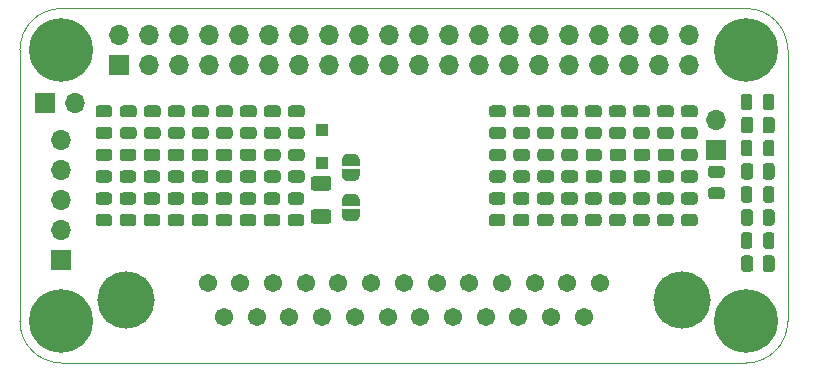
<source format=gbr>
%TF.GenerationSoftware,KiCad,Pcbnew,(5.1.7-0-10_14)*%
%TF.CreationDate,2021-10-10T14:00:01-05:00*%
%TF.ProjectId,rascsi_zero,72617363-7369-45f7-9a65-726f2e6b6963,rev?*%
%TF.SameCoordinates,PX59d60c0PY325aa00*%
%TF.FileFunction,Soldermask,Top*%
%TF.FilePolarity,Negative*%
%FSLAX46Y46*%
G04 Gerber Fmt 4.6, Leading zero omitted, Abs format (unit mm)*
G04 Created by KiCad (PCBNEW (5.1.7-0-10_14)) date 2021-10-10 14:00:01*
%MOMM*%
%LPD*%
G01*
G04 APERTURE LIST*
%TA.AperFunction,Profile*%
%ADD10C,0.050000*%
%TD*%
%ADD11C,4.845000*%
%ADD12C,1.545000*%
%ADD13C,0.150000*%
%ADD14R,1.100000X1.100000*%
%ADD15O,1.700000X1.700000*%
%ADD16R,1.700000X1.700000*%
%ADD17C,0.800000*%
%ADD18C,5.400000*%
G04 APERTURE END LIST*
D10*
X83800000Y-19700000D02*
X141800000Y-19700000D01*
X83800000Y-19700000D02*
G75*
G02*
X80300000Y-16200000I0J3500000D01*
G01*
X145300000Y-16200000D02*
G75*
G02*
X141800000Y-19700000I-3500000J0D01*
G01*
X80300000Y6800000D02*
X80300000Y-16200000D01*
X145300000Y6800000D02*
X145300000Y-16200000D01*
X83800000Y10300000D02*
X141800000Y10300000D01*
X80300000Y6800000D02*
G75*
G02*
X83800000Y10300000I3500000J0D01*
G01*
X141800000Y10300000D02*
G75*
G02*
X145300000Y6800000I0J-3500000D01*
G01*
D11*
%TO.C,J6*%
X89286320Y-14371200D03*
X136326320Y-14371200D03*
D12*
X97571320Y-15791200D03*
X100341320Y-15791200D03*
X103111320Y-15791200D03*
X105881320Y-15791200D03*
X108651320Y-15791200D03*
X111421320Y-15791200D03*
X114191320Y-15791200D03*
X116961320Y-15791200D03*
X119731320Y-15791200D03*
X122501320Y-15791200D03*
X125271320Y-15791200D03*
X128041320Y-15791200D03*
X96186320Y-12951200D03*
X98956320Y-12951200D03*
X101726320Y-12951200D03*
X104496320Y-12951200D03*
X107266320Y-12951200D03*
X110036320Y-12951200D03*
X112806320Y-12951200D03*
X115576320Y-12951200D03*
X118346320Y-12951200D03*
X121116320Y-12951200D03*
X123886320Y-12951200D03*
X126656320Y-12951200D03*
X129426320Y-12951200D03*
%TD*%
D13*
%TO.C,JP2*%
G36*
X107560000Y-3000000D02*
G01*
X107560000Y-2500000D01*
X107560602Y-2500000D01*
X107560602Y-2475466D01*
X107565412Y-2426635D01*
X107574984Y-2378510D01*
X107589228Y-2331555D01*
X107608005Y-2286222D01*
X107631136Y-2242949D01*
X107658396Y-2202150D01*
X107689524Y-2164221D01*
X107724221Y-2129524D01*
X107762150Y-2098396D01*
X107802949Y-2071136D01*
X107846222Y-2048005D01*
X107891555Y-2029228D01*
X107938510Y-2014984D01*
X107986635Y-2005412D01*
X108035466Y-2000602D01*
X108060000Y-2000602D01*
X108060000Y-2000000D01*
X108560000Y-2000000D01*
X108560000Y-2000602D01*
X108584534Y-2000602D01*
X108633365Y-2005412D01*
X108681490Y-2014984D01*
X108728445Y-2029228D01*
X108773778Y-2048005D01*
X108817051Y-2071136D01*
X108857850Y-2098396D01*
X108895779Y-2129524D01*
X108930476Y-2164221D01*
X108961604Y-2202150D01*
X108988864Y-2242949D01*
X109011995Y-2286222D01*
X109030772Y-2331555D01*
X109045016Y-2378510D01*
X109054588Y-2426635D01*
X109059398Y-2475466D01*
X109059398Y-2500000D01*
X109060000Y-2500000D01*
X109060000Y-3000000D01*
X107560000Y-3000000D01*
G37*
G36*
X109059398Y-3800000D02*
G01*
X109059398Y-3824534D01*
X109054588Y-3873365D01*
X109045016Y-3921490D01*
X109030772Y-3968445D01*
X109011995Y-4013778D01*
X108988864Y-4057051D01*
X108961604Y-4097850D01*
X108930476Y-4135779D01*
X108895779Y-4170476D01*
X108857850Y-4201604D01*
X108817051Y-4228864D01*
X108773778Y-4251995D01*
X108728445Y-4270772D01*
X108681490Y-4285016D01*
X108633365Y-4294588D01*
X108584534Y-4299398D01*
X108560000Y-4299398D01*
X108560000Y-4300000D01*
X108060000Y-4300000D01*
X108060000Y-4299398D01*
X108035466Y-4299398D01*
X107986635Y-4294588D01*
X107938510Y-4285016D01*
X107891555Y-4270772D01*
X107846222Y-4251995D01*
X107802949Y-4228864D01*
X107762150Y-4201604D01*
X107724221Y-4170476D01*
X107689524Y-4135779D01*
X107658396Y-4097850D01*
X107631136Y-4057051D01*
X107608005Y-4013778D01*
X107589228Y-3968445D01*
X107574984Y-3921490D01*
X107565412Y-3873365D01*
X107560602Y-3824534D01*
X107560602Y-3800000D01*
X107560000Y-3800000D01*
X107560000Y-3300000D01*
X109060000Y-3300000D01*
X109060000Y-3800000D01*
X109059398Y-3800000D01*
G37*
%TD*%
%TO.C,JP1*%
G36*
X107560000Y-6400400D02*
G01*
X107560000Y-5900400D01*
X107560602Y-5900400D01*
X107560602Y-5875866D01*
X107565412Y-5827035D01*
X107574984Y-5778910D01*
X107589228Y-5731955D01*
X107608005Y-5686622D01*
X107631136Y-5643349D01*
X107658396Y-5602550D01*
X107689524Y-5564621D01*
X107724221Y-5529924D01*
X107762150Y-5498796D01*
X107802949Y-5471536D01*
X107846222Y-5448405D01*
X107891555Y-5429628D01*
X107938510Y-5415384D01*
X107986635Y-5405812D01*
X108035466Y-5401002D01*
X108060000Y-5401002D01*
X108060000Y-5400400D01*
X108560000Y-5400400D01*
X108560000Y-5401002D01*
X108584534Y-5401002D01*
X108633365Y-5405812D01*
X108681490Y-5415384D01*
X108728445Y-5429628D01*
X108773778Y-5448405D01*
X108817051Y-5471536D01*
X108857850Y-5498796D01*
X108895779Y-5529924D01*
X108930476Y-5564621D01*
X108961604Y-5602550D01*
X108988864Y-5643349D01*
X109011995Y-5686622D01*
X109030772Y-5731955D01*
X109045016Y-5778910D01*
X109054588Y-5827035D01*
X109059398Y-5875866D01*
X109059398Y-5900400D01*
X109060000Y-5900400D01*
X109060000Y-6400400D01*
X107560000Y-6400400D01*
G37*
G36*
X109059398Y-7200400D02*
G01*
X109059398Y-7224934D01*
X109054588Y-7273765D01*
X109045016Y-7321890D01*
X109030772Y-7368845D01*
X109011995Y-7414178D01*
X108988864Y-7457451D01*
X108961604Y-7498250D01*
X108930476Y-7536179D01*
X108895779Y-7570876D01*
X108857850Y-7602004D01*
X108817051Y-7629264D01*
X108773778Y-7652395D01*
X108728445Y-7671172D01*
X108681490Y-7685416D01*
X108633365Y-7694988D01*
X108584534Y-7699798D01*
X108560000Y-7699798D01*
X108560000Y-7700400D01*
X108060000Y-7700400D01*
X108060000Y-7699798D01*
X108035466Y-7699798D01*
X107986635Y-7694988D01*
X107938510Y-7685416D01*
X107891555Y-7671172D01*
X107846222Y-7652395D01*
X107802949Y-7629264D01*
X107762150Y-7602004D01*
X107724221Y-7570876D01*
X107689524Y-7536179D01*
X107658396Y-7498250D01*
X107631136Y-7457451D01*
X107608005Y-7414178D01*
X107589228Y-7368845D01*
X107574984Y-7321890D01*
X107565412Y-7273765D01*
X107560602Y-7224934D01*
X107560602Y-7200400D01*
X107560000Y-7200400D01*
X107560000Y-6700400D01*
X109060000Y-6700400D01*
X109060000Y-7200400D01*
X109059398Y-7200400D01*
G37*
%TD*%
%TO.C,R59*%
G36*
G01*
X139716281Y-4044100D02*
X138816279Y-4044100D01*
G75*
G02*
X138566280Y-3794101I0J249999D01*
G01*
X138566280Y-3269099D01*
G75*
G02*
X138816279Y-3019100I249999J0D01*
G01*
X139716281Y-3019100D01*
G75*
G02*
X139966280Y-3269099I0J-249999D01*
G01*
X139966280Y-3794101D01*
G75*
G02*
X139716281Y-4044100I-249999J0D01*
G01*
G37*
G36*
G01*
X139716281Y-5869100D02*
X138816279Y-5869100D01*
G75*
G02*
X138566280Y-5619101I0J249999D01*
G01*
X138566280Y-5094099D01*
G75*
G02*
X138816279Y-4844100I249999J0D01*
G01*
X139716281Y-4844100D01*
G75*
G02*
X139966280Y-5094099I0J-249999D01*
G01*
X139966280Y-5619101D01*
G75*
G02*
X139716281Y-5869100I-249999J0D01*
G01*
G37*
%TD*%
%TO.C,R58*%
G36*
G01*
X120285279Y-3414140D02*
X121185281Y-3414140D01*
G75*
G02*
X121435280Y-3664139I0J-249999D01*
G01*
X121435280Y-4189141D01*
G75*
G02*
X121185281Y-4439140I-249999J0D01*
G01*
X120285279Y-4439140D01*
G75*
G02*
X120035280Y-4189141I0J249999D01*
G01*
X120035280Y-3664139D01*
G75*
G02*
X120285279Y-3414140I249999J0D01*
G01*
G37*
G36*
G01*
X120285279Y-1589140D02*
X121185281Y-1589140D01*
G75*
G02*
X121435280Y-1839139I0J-249999D01*
G01*
X121435280Y-2364141D01*
G75*
G02*
X121185281Y-2614140I-249999J0D01*
G01*
X120285279Y-2614140D01*
G75*
G02*
X120035280Y-2364141I0J249999D01*
G01*
X120035280Y-1839139D01*
G75*
G02*
X120285279Y-1589140I249999J0D01*
G01*
G37*
%TD*%
%TO.C,R57*%
G36*
G01*
X122322209Y-3414140D02*
X123222211Y-3414140D01*
G75*
G02*
X123472210Y-3664139I0J-249999D01*
G01*
X123472210Y-4189141D01*
G75*
G02*
X123222211Y-4439140I-249999J0D01*
G01*
X122322209Y-4439140D01*
G75*
G02*
X122072210Y-4189141I0J249999D01*
G01*
X122072210Y-3664139D01*
G75*
G02*
X122322209Y-3414140I249999J0D01*
G01*
G37*
G36*
G01*
X122322209Y-1589140D02*
X123222211Y-1589140D01*
G75*
G02*
X123472210Y-1839139I0J-249999D01*
G01*
X123472210Y-2364141D01*
G75*
G02*
X123222211Y-2614140I-249999J0D01*
G01*
X122322209Y-2614140D01*
G75*
G02*
X122072210Y-2364141I0J249999D01*
G01*
X122072210Y-1839139D01*
G75*
G02*
X122322209Y-1589140I249999J0D01*
G01*
G37*
%TD*%
%TO.C,R56*%
G36*
G01*
X124359139Y-3414140D02*
X125259141Y-3414140D01*
G75*
G02*
X125509140Y-3664139I0J-249999D01*
G01*
X125509140Y-4189141D01*
G75*
G02*
X125259141Y-4439140I-249999J0D01*
G01*
X124359139Y-4439140D01*
G75*
G02*
X124109140Y-4189141I0J249999D01*
G01*
X124109140Y-3664139D01*
G75*
G02*
X124359139Y-3414140I249999J0D01*
G01*
G37*
G36*
G01*
X124359139Y-1589140D02*
X125259141Y-1589140D01*
G75*
G02*
X125509140Y-1839139I0J-249999D01*
G01*
X125509140Y-2364141D01*
G75*
G02*
X125259141Y-2614140I-249999J0D01*
G01*
X124359139Y-2614140D01*
G75*
G02*
X124109140Y-2364141I0J249999D01*
G01*
X124109140Y-1839139D01*
G75*
G02*
X124359139Y-1589140I249999J0D01*
G01*
G37*
%TD*%
%TO.C,R55*%
G36*
G01*
X126396069Y-3414140D02*
X127296071Y-3414140D01*
G75*
G02*
X127546070Y-3664139I0J-249999D01*
G01*
X127546070Y-4189141D01*
G75*
G02*
X127296071Y-4439140I-249999J0D01*
G01*
X126396069Y-4439140D01*
G75*
G02*
X126146070Y-4189141I0J249999D01*
G01*
X126146070Y-3664139D01*
G75*
G02*
X126396069Y-3414140I249999J0D01*
G01*
G37*
G36*
G01*
X126396069Y-1589140D02*
X127296071Y-1589140D01*
G75*
G02*
X127546070Y-1839139I0J-249999D01*
G01*
X127546070Y-2364141D01*
G75*
G02*
X127296071Y-2614140I-249999J0D01*
G01*
X126396069Y-2614140D01*
G75*
G02*
X126146070Y-2364141I0J249999D01*
G01*
X126146070Y-1839139D01*
G75*
G02*
X126396069Y-1589140I249999J0D01*
G01*
G37*
%TD*%
%TO.C,R54*%
G36*
G01*
X128432999Y-3414140D02*
X129333001Y-3414140D01*
G75*
G02*
X129583000Y-3664139I0J-249999D01*
G01*
X129583000Y-4189141D01*
G75*
G02*
X129333001Y-4439140I-249999J0D01*
G01*
X128432999Y-4439140D01*
G75*
G02*
X128183000Y-4189141I0J249999D01*
G01*
X128183000Y-3664139D01*
G75*
G02*
X128432999Y-3414140I249999J0D01*
G01*
G37*
G36*
G01*
X128432999Y-1589140D02*
X129333001Y-1589140D01*
G75*
G02*
X129583000Y-1839139I0J-249999D01*
G01*
X129583000Y-2364141D01*
G75*
G02*
X129333001Y-2614140I-249999J0D01*
G01*
X128432999Y-2614140D01*
G75*
G02*
X128183000Y-2364141I0J249999D01*
G01*
X128183000Y-1839139D01*
G75*
G02*
X128432999Y-1589140I249999J0D01*
G01*
G37*
%TD*%
%TO.C,R53*%
G36*
G01*
X130469929Y-3414140D02*
X131369931Y-3414140D01*
G75*
G02*
X131619930Y-3664139I0J-249999D01*
G01*
X131619930Y-4189141D01*
G75*
G02*
X131369931Y-4439140I-249999J0D01*
G01*
X130469929Y-4439140D01*
G75*
G02*
X130219930Y-4189141I0J249999D01*
G01*
X130219930Y-3664139D01*
G75*
G02*
X130469929Y-3414140I249999J0D01*
G01*
G37*
G36*
G01*
X130469929Y-1589140D02*
X131369931Y-1589140D01*
G75*
G02*
X131619930Y-1839139I0J-249999D01*
G01*
X131619930Y-2364141D01*
G75*
G02*
X131369931Y-2614140I-249999J0D01*
G01*
X130469929Y-2614140D01*
G75*
G02*
X130219930Y-2364141I0J249999D01*
G01*
X130219930Y-1839139D01*
G75*
G02*
X130469929Y-1589140I249999J0D01*
G01*
G37*
%TD*%
%TO.C,R52*%
G36*
G01*
X132506859Y-3414140D02*
X133406861Y-3414140D01*
G75*
G02*
X133656860Y-3664139I0J-249999D01*
G01*
X133656860Y-4189141D01*
G75*
G02*
X133406861Y-4439140I-249999J0D01*
G01*
X132506859Y-4439140D01*
G75*
G02*
X132256860Y-4189141I0J249999D01*
G01*
X132256860Y-3664139D01*
G75*
G02*
X132506859Y-3414140I249999J0D01*
G01*
G37*
G36*
G01*
X132506859Y-1589140D02*
X133406861Y-1589140D01*
G75*
G02*
X133656860Y-1839139I0J-249999D01*
G01*
X133656860Y-2364141D01*
G75*
G02*
X133406861Y-2614140I-249999J0D01*
G01*
X132506859Y-2614140D01*
G75*
G02*
X132256860Y-2364141I0J249999D01*
G01*
X132256860Y-1839139D01*
G75*
G02*
X132506859Y-1589140I249999J0D01*
G01*
G37*
%TD*%
%TO.C,R51*%
G36*
G01*
X134543789Y-3414140D02*
X135443791Y-3414140D01*
G75*
G02*
X135693790Y-3664139I0J-249999D01*
G01*
X135693790Y-4189141D01*
G75*
G02*
X135443791Y-4439140I-249999J0D01*
G01*
X134543789Y-4439140D01*
G75*
G02*
X134293790Y-4189141I0J249999D01*
G01*
X134293790Y-3664139D01*
G75*
G02*
X134543789Y-3414140I249999J0D01*
G01*
G37*
G36*
G01*
X134543789Y-1589140D02*
X135443791Y-1589140D01*
G75*
G02*
X135693790Y-1839139I0J-249999D01*
G01*
X135693790Y-2364141D01*
G75*
G02*
X135443791Y-2614140I-249999J0D01*
G01*
X134543789Y-2614140D01*
G75*
G02*
X134293790Y-2364141I0J249999D01*
G01*
X134293790Y-1839139D01*
G75*
G02*
X134543789Y-1589140I249999J0D01*
G01*
G37*
%TD*%
%TO.C,R50*%
G36*
G01*
X136525199Y-3414140D02*
X137425201Y-3414140D01*
G75*
G02*
X137675200Y-3664139I0J-249999D01*
G01*
X137675200Y-4189141D01*
G75*
G02*
X137425201Y-4439140I-249999J0D01*
G01*
X136525199Y-4439140D01*
G75*
G02*
X136275200Y-4189141I0J249999D01*
G01*
X136275200Y-3664139D01*
G75*
G02*
X136525199Y-3414140I249999J0D01*
G01*
G37*
G36*
G01*
X136525199Y-1589140D02*
X137425201Y-1589140D01*
G75*
G02*
X137675200Y-1839139I0J-249999D01*
G01*
X137675200Y-2364141D01*
G75*
G02*
X137425201Y-2614140I-249999J0D01*
G01*
X136525199Y-2614140D01*
G75*
G02*
X136275200Y-2364141I0J249999D01*
G01*
X136275200Y-1839139D01*
G75*
G02*
X136525199Y-1589140I249999J0D01*
G01*
G37*
%TD*%
%TO.C,R49*%
G36*
G01*
X95099389Y-3414140D02*
X95999391Y-3414140D01*
G75*
G02*
X96249390Y-3664139I0J-249999D01*
G01*
X96249390Y-4189141D01*
G75*
G02*
X95999391Y-4439140I-249999J0D01*
G01*
X95099389Y-4439140D01*
G75*
G02*
X94849390Y-4189141I0J249999D01*
G01*
X94849390Y-3664139D01*
G75*
G02*
X95099389Y-3414140I249999J0D01*
G01*
G37*
G36*
G01*
X95099389Y-1589140D02*
X95999391Y-1589140D01*
G75*
G02*
X96249390Y-1839139I0J-249999D01*
G01*
X96249390Y-2364141D01*
G75*
G02*
X95999391Y-2614140I-249999J0D01*
G01*
X95099389Y-2614140D01*
G75*
G02*
X94849390Y-2364141I0J249999D01*
G01*
X94849390Y-1839139D01*
G75*
G02*
X95099389Y-1589140I249999J0D01*
G01*
G37*
%TD*%
%TO.C,R48*%
G36*
G01*
X97136319Y-3414140D02*
X98036321Y-3414140D01*
G75*
G02*
X98286320Y-3664139I0J-249999D01*
G01*
X98286320Y-4189141D01*
G75*
G02*
X98036321Y-4439140I-249999J0D01*
G01*
X97136319Y-4439140D01*
G75*
G02*
X96886320Y-4189141I0J249999D01*
G01*
X96886320Y-3664139D01*
G75*
G02*
X97136319Y-3414140I249999J0D01*
G01*
G37*
G36*
G01*
X97136319Y-1589140D02*
X98036321Y-1589140D01*
G75*
G02*
X98286320Y-1839139I0J-249999D01*
G01*
X98286320Y-2364141D01*
G75*
G02*
X98036321Y-2614140I-249999J0D01*
G01*
X97136319Y-2614140D01*
G75*
G02*
X96886320Y-2364141I0J249999D01*
G01*
X96886320Y-1839139D01*
G75*
G02*
X97136319Y-1589140I249999J0D01*
G01*
G37*
%TD*%
%TO.C,R47*%
G36*
G01*
X99173249Y-3414140D02*
X100073251Y-3414140D01*
G75*
G02*
X100323250Y-3664139I0J-249999D01*
G01*
X100323250Y-4189141D01*
G75*
G02*
X100073251Y-4439140I-249999J0D01*
G01*
X99173249Y-4439140D01*
G75*
G02*
X98923250Y-4189141I0J249999D01*
G01*
X98923250Y-3664139D01*
G75*
G02*
X99173249Y-3414140I249999J0D01*
G01*
G37*
G36*
G01*
X99173249Y-1589140D02*
X100073251Y-1589140D01*
G75*
G02*
X100323250Y-1839139I0J-249999D01*
G01*
X100323250Y-2364141D01*
G75*
G02*
X100073251Y-2614140I-249999J0D01*
G01*
X99173249Y-2614140D01*
G75*
G02*
X98923250Y-2364141I0J249999D01*
G01*
X98923250Y-1839139D01*
G75*
G02*
X99173249Y-1589140I249999J0D01*
G01*
G37*
%TD*%
%TO.C,R46*%
G36*
G01*
X101210179Y-3414140D02*
X102110181Y-3414140D01*
G75*
G02*
X102360180Y-3664139I0J-249999D01*
G01*
X102360180Y-4189141D01*
G75*
G02*
X102110181Y-4439140I-249999J0D01*
G01*
X101210179Y-4439140D01*
G75*
G02*
X100960180Y-4189141I0J249999D01*
G01*
X100960180Y-3664139D01*
G75*
G02*
X101210179Y-3414140I249999J0D01*
G01*
G37*
G36*
G01*
X101210179Y-1589140D02*
X102110181Y-1589140D01*
G75*
G02*
X102360180Y-1839139I0J-249999D01*
G01*
X102360180Y-2364141D01*
G75*
G02*
X102110181Y-2614140I-249999J0D01*
G01*
X101210179Y-2614140D01*
G75*
G02*
X100960180Y-2364141I0J249999D01*
G01*
X100960180Y-1839139D01*
G75*
G02*
X101210179Y-1589140I249999J0D01*
G01*
G37*
%TD*%
%TO.C,R45*%
G36*
G01*
X103247109Y-3414140D02*
X104147111Y-3414140D01*
G75*
G02*
X104397110Y-3664139I0J-249999D01*
G01*
X104397110Y-4189141D01*
G75*
G02*
X104147111Y-4439140I-249999J0D01*
G01*
X103247109Y-4439140D01*
G75*
G02*
X102997110Y-4189141I0J249999D01*
G01*
X102997110Y-3664139D01*
G75*
G02*
X103247109Y-3414140I249999J0D01*
G01*
G37*
G36*
G01*
X103247109Y-1589140D02*
X104147111Y-1589140D01*
G75*
G02*
X104397110Y-1839139I0J-249999D01*
G01*
X104397110Y-2364141D01*
G75*
G02*
X104147111Y-2614140I-249999J0D01*
G01*
X103247109Y-2614140D01*
G75*
G02*
X102997110Y-2364141I0J249999D01*
G01*
X102997110Y-1839139D01*
G75*
G02*
X103247109Y-1589140I249999J0D01*
G01*
G37*
%TD*%
%TO.C,R44*%
G36*
G01*
X86951659Y-3414140D02*
X87851661Y-3414140D01*
G75*
G02*
X88101660Y-3664139I0J-249999D01*
G01*
X88101660Y-4189141D01*
G75*
G02*
X87851661Y-4439140I-249999J0D01*
G01*
X86951659Y-4439140D01*
G75*
G02*
X86701660Y-4189141I0J249999D01*
G01*
X86701660Y-3664139D01*
G75*
G02*
X86951659Y-3414140I249999J0D01*
G01*
G37*
G36*
G01*
X86951659Y-1589140D02*
X87851661Y-1589140D01*
G75*
G02*
X88101660Y-1839139I0J-249999D01*
G01*
X88101660Y-2364141D01*
G75*
G02*
X87851661Y-2614140I-249999J0D01*
G01*
X86951659Y-2614140D01*
G75*
G02*
X86701660Y-2364141I0J249999D01*
G01*
X86701660Y-1839139D01*
G75*
G02*
X86951659Y-1589140I249999J0D01*
G01*
G37*
%TD*%
%TO.C,R43*%
G36*
G01*
X88988599Y-3414140D02*
X89888601Y-3414140D01*
G75*
G02*
X90138600Y-3664139I0J-249999D01*
G01*
X90138600Y-4189141D01*
G75*
G02*
X89888601Y-4439140I-249999J0D01*
G01*
X88988599Y-4439140D01*
G75*
G02*
X88738600Y-4189141I0J249999D01*
G01*
X88738600Y-3664139D01*
G75*
G02*
X88988599Y-3414140I249999J0D01*
G01*
G37*
G36*
G01*
X88988599Y-1589140D02*
X89888601Y-1589140D01*
G75*
G02*
X90138600Y-1839139I0J-249999D01*
G01*
X90138600Y-2364141D01*
G75*
G02*
X89888601Y-2614140I-249999J0D01*
G01*
X88988599Y-2614140D01*
G75*
G02*
X88738600Y-2364141I0J249999D01*
G01*
X88738600Y-1839139D01*
G75*
G02*
X88988599Y-1589140I249999J0D01*
G01*
G37*
%TD*%
%TO.C,R42*%
G36*
G01*
X91025529Y-3414140D02*
X91925531Y-3414140D01*
G75*
G02*
X92175530Y-3664139I0J-249999D01*
G01*
X92175530Y-4189141D01*
G75*
G02*
X91925531Y-4439140I-249999J0D01*
G01*
X91025529Y-4439140D01*
G75*
G02*
X90775530Y-4189141I0J249999D01*
G01*
X90775530Y-3664139D01*
G75*
G02*
X91025529Y-3414140I249999J0D01*
G01*
G37*
G36*
G01*
X91025529Y-1589140D02*
X91925531Y-1589140D01*
G75*
G02*
X92175530Y-1839139I0J-249999D01*
G01*
X92175530Y-2364141D01*
G75*
G02*
X91925531Y-2614140I-249999J0D01*
G01*
X91025529Y-2614140D01*
G75*
G02*
X90775530Y-2364141I0J249999D01*
G01*
X90775530Y-1839139D01*
G75*
G02*
X91025529Y-1589140I249999J0D01*
G01*
G37*
%TD*%
%TO.C,R41*%
G36*
G01*
X93062459Y-3414140D02*
X93962461Y-3414140D01*
G75*
G02*
X94212460Y-3664139I0J-249999D01*
G01*
X94212460Y-4189141D01*
G75*
G02*
X93962461Y-4439140I-249999J0D01*
G01*
X93062459Y-4439140D01*
G75*
G02*
X92812460Y-4189141I0J249999D01*
G01*
X92812460Y-3664139D01*
G75*
G02*
X93062459Y-3414140I249999J0D01*
G01*
G37*
G36*
G01*
X93062459Y-1589140D02*
X93962461Y-1589140D01*
G75*
G02*
X94212460Y-1839139I0J-249999D01*
G01*
X94212460Y-2364141D01*
G75*
G02*
X93962461Y-2614140I-249999J0D01*
G01*
X93062459Y-2614140D01*
G75*
G02*
X92812460Y-2364141I0J249999D01*
G01*
X92812460Y-1839139D01*
G75*
G02*
X93062459Y-1589140I249999J0D01*
G01*
G37*
%TD*%
%TO.C,R40*%
G36*
G01*
X121155889Y-6303560D02*
X120255887Y-6303560D01*
G75*
G02*
X120005888Y-6053561I0J249999D01*
G01*
X120005888Y-5528559D01*
G75*
G02*
X120255887Y-5278560I249999J0D01*
G01*
X121155889Y-5278560D01*
G75*
G02*
X121405888Y-5528559I0J-249999D01*
G01*
X121405888Y-6053561D01*
G75*
G02*
X121155889Y-6303560I-249999J0D01*
G01*
G37*
G36*
G01*
X121155889Y-8128560D02*
X120255887Y-8128560D01*
G75*
G02*
X120005888Y-7878561I0J249999D01*
G01*
X120005888Y-7353559D01*
G75*
G02*
X120255887Y-7103560I249999J0D01*
G01*
X121155889Y-7103560D01*
G75*
G02*
X121405888Y-7353559I0J-249999D01*
G01*
X121405888Y-7878561D01*
G75*
G02*
X121155889Y-8128560I-249999J0D01*
G01*
G37*
%TD*%
%TO.C,R39*%
G36*
G01*
X123189553Y-6303560D02*
X122289551Y-6303560D01*
G75*
G02*
X122039552Y-6053561I0J249999D01*
G01*
X122039552Y-5528559D01*
G75*
G02*
X122289551Y-5278560I249999J0D01*
G01*
X123189553Y-5278560D01*
G75*
G02*
X123439552Y-5528559I0J-249999D01*
G01*
X123439552Y-6053561D01*
G75*
G02*
X123189553Y-6303560I-249999J0D01*
G01*
G37*
G36*
G01*
X123189553Y-8128560D02*
X122289551Y-8128560D01*
G75*
G02*
X122039552Y-7878561I0J249999D01*
G01*
X122039552Y-7353559D01*
G75*
G02*
X122289551Y-7103560I249999J0D01*
G01*
X123189553Y-7103560D01*
G75*
G02*
X123439552Y-7353559I0J-249999D01*
G01*
X123439552Y-7878561D01*
G75*
G02*
X123189553Y-8128560I-249999J0D01*
G01*
G37*
%TD*%
%TO.C,R38*%
G36*
G01*
X125223217Y-6303560D02*
X124323215Y-6303560D01*
G75*
G02*
X124073216Y-6053561I0J249999D01*
G01*
X124073216Y-5528559D01*
G75*
G02*
X124323215Y-5278560I249999J0D01*
G01*
X125223217Y-5278560D01*
G75*
G02*
X125473216Y-5528559I0J-249999D01*
G01*
X125473216Y-6053561D01*
G75*
G02*
X125223217Y-6303560I-249999J0D01*
G01*
G37*
G36*
G01*
X125223217Y-8128560D02*
X124323215Y-8128560D01*
G75*
G02*
X124073216Y-7878561I0J249999D01*
G01*
X124073216Y-7353559D01*
G75*
G02*
X124323215Y-7103560I249999J0D01*
G01*
X125223217Y-7103560D01*
G75*
G02*
X125473216Y-7353559I0J-249999D01*
G01*
X125473216Y-7878561D01*
G75*
G02*
X125223217Y-8128560I-249999J0D01*
G01*
G37*
%TD*%
%TO.C,R37*%
G36*
G01*
X127256881Y-6303560D02*
X126356879Y-6303560D01*
G75*
G02*
X126106880Y-6053561I0J249999D01*
G01*
X126106880Y-5528559D01*
G75*
G02*
X126356879Y-5278560I249999J0D01*
G01*
X127256881Y-5278560D01*
G75*
G02*
X127506880Y-5528559I0J-249999D01*
G01*
X127506880Y-6053561D01*
G75*
G02*
X127256881Y-6303560I-249999J0D01*
G01*
G37*
G36*
G01*
X127256881Y-8128560D02*
X126356879Y-8128560D01*
G75*
G02*
X126106880Y-7878561I0J249999D01*
G01*
X126106880Y-7353559D01*
G75*
G02*
X126356879Y-7103560I249999J0D01*
G01*
X127256881Y-7103560D01*
G75*
G02*
X127506880Y-7353559I0J-249999D01*
G01*
X127506880Y-7878561D01*
G75*
G02*
X127256881Y-8128560I-249999J0D01*
G01*
G37*
%TD*%
%TO.C,R36*%
G36*
G01*
X129290545Y-6303560D02*
X128390543Y-6303560D01*
G75*
G02*
X128140544Y-6053561I0J249999D01*
G01*
X128140544Y-5528559D01*
G75*
G02*
X128390543Y-5278560I249999J0D01*
G01*
X129290545Y-5278560D01*
G75*
G02*
X129540544Y-5528559I0J-249999D01*
G01*
X129540544Y-6053561D01*
G75*
G02*
X129290545Y-6303560I-249999J0D01*
G01*
G37*
G36*
G01*
X129290545Y-8128560D02*
X128390543Y-8128560D01*
G75*
G02*
X128140544Y-7878561I0J249999D01*
G01*
X128140544Y-7353559D01*
G75*
G02*
X128390543Y-7103560I249999J0D01*
G01*
X129290545Y-7103560D01*
G75*
G02*
X129540544Y-7353559I0J-249999D01*
G01*
X129540544Y-7878561D01*
G75*
G02*
X129290545Y-8128560I-249999J0D01*
G01*
G37*
%TD*%
%TO.C,R35*%
G36*
G01*
X131324209Y-6303560D02*
X130424207Y-6303560D01*
G75*
G02*
X130174208Y-6053561I0J249999D01*
G01*
X130174208Y-5528559D01*
G75*
G02*
X130424207Y-5278560I249999J0D01*
G01*
X131324209Y-5278560D01*
G75*
G02*
X131574208Y-5528559I0J-249999D01*
G01*
X131574208Y-6053561D01*
G75*
G02*
X131324209Y-6303560I-249999J0D01*
G01*
G37*
G36*
G01*
X131324209Y-8128560D02*
X130424207Y-8128560D01*
G75*
G02*
X130174208Y-7878561I0J249999D01*
G01*
X130174208Y-7353559D01*
G75*
G02*
X130424207Y-7103560I249999J0D01*
G01*
X131324209Y-7103560D01*
G75*
G02*
X131574208Y-7353559I0J-249999D01*
G01*
X131574208Y-7878561D01*
G75*
G02*
X131324209Y-8128560I-249999J0D01*
G01*
G37*
%TD*%
%TO.C,R34*%
G36*
G01*
X133357873Y-6303560D02*
X132457871Y-6303560D01*
G75*
G02*
X132207872Y-6053561I0J249999D01*
G01*
X132207872Y-5528559D01*
G75*
G02*
X132457871Y-5278560I249999J0D01*
G01*
X133357873Y-5278560D01*
G75*
G02*
X133607872Y-5528559I0J-249999D01*
G01*
X133607872Y-6053561D01*
G75*
G02*
X133357873Y-6303560I-249999J0D01*
G01*
G37*
G36*
G01*
X133357873Y-8128560D02*
X132457871Y-8128560D01*
G75*
G02*
X132207872Y-7878561I0J249999D01*
G01*
X132207872Y-7353559D01*
G75*
G02*
X132457871Y-7103560I249999J0D01*
G01*
X133357873Y-7103560D01*
G75*
G02*
X133607872Y-7353559I0J-249999D01*
G01*
X133607872Y-7878561D01*
G75*
G02*
X133357873Y-8128560I-249999J0D01*
G01*
G37*
%TD*%
%TO.C,R33*%
G36*
G01*
X135391537Y-6303560D02*
X134491535Y-6303560D01*
G75*
G02*
X134241536Y-6053561I0J249999D01*
G01*
X134241536Y-5528559D01*
G75*
G02*
X134491535Y-5278560I249999J0D01*
G01*
X135391537Y-5278560D01*
G75*
G02*
X135641536Y-5528559I0J-249999D01*
G01*
X135641536Y-6053561D01*
G75*
G02*
X135391537Y-6303560I-249999J0D01*
G01*
G37*
G36*
G01*
X135391537Y-8128560D02*
X134491535Y-8128560D01*
G75*
G02*
X134241536Y-7878561I0J249999D01*
G01*
X134241536Y-7353559D01*
G75*
G02*
X134491535Y-7103560I249999J0D01*
G01*
X135391537Y-7103560D01*
G75*
G02*
X135641536Y-7353559I0J-249999D01*
G01*
X135641536Y-7878561D01*
G75*
G02*
X135391537Y-8128560I-249999J0D01*
G01*
G37*
%TD*%
%TO.C,R32*%
G36*
G01*
X137425201Y-6303560D02*
X136525199Y-6303560D01*
G75*
G02*
X136275200Y-6053561I0J249999D01*
G01*
X136275200Y-5528559D01*
G75*
G02*
X136525199Y-5278560I249999J0D01*
G01*
X137425201Y-5278560D01*
G75*
G02*
X137675200Y-5528559I0J-249999D01*
G01*
X137675200Y-6053561D01*
G75*
G02*
X137425201Y-6303560I-249999J0D01*
G01*
G37*
G36*
G01*
X137425201Y-8128560D02*
X136525199Y-8128560D01*
G75*
G02*
X136275200Y-7878561I0J249999D01*
G01*
X136275200Y-7353559D01*
G75*
G02*
X136525199Y-7103560I249999J0D01*
G01*
X137425201Y-7103560D01*
G75*
G02*
X137675200Y-7353559I0J-249999D01*
G01*
X137675200Y-7878561D01*
G75*
G02*
X137425201Y-8128560I-249999J0D01*
G01*
G37*
%TD*%
%TO.C,R31*%
G36*
G01*
X95986329Y-6303560D02*
X95086327Y-6303560D01*
G75*
G02*
X94836328Y-6053561I0J249999D01*
G01*
X94836328Y-5528559D01*
G75*
G02*
X95086327Y-5278560I249999J0D01*
G01*
X95986329Y-5278560D01*
G75*
G02*
X96236328Y-5528559I0J-249999D01*
G01*
X96236328Y-6053561D01*
G75*
G02*
X95986329Y-6303560I-249999J0D01*
G01*
G37*
G36*
G01*
X95986329Y-8128560D02*
X95086327Y-8128560D01*
G75*
G02*
X94836328Y-7878561I0J249999D01*
G01*
X94836328Y-7353559D01*
G75*
G02*
X95086327Y-7103560I249999J0D01*
G01*
X95986329Y-7103560D01*
G75*
G02*
X96236328Y-7353559I0J-249999D01*
G01*
X96236328Y-7878561D01*
G75*
G02*
X95986329Y-8128560I-249999J0D01*
G01*
G37*
%TD*%
%TO.C,R30*%
G36*
G01*
X98019993Y-6303560D02*
X97119991Y-6303560D01*
G75*
G02*
X96869992Y-6053561I0J249999D01*
G01*
X96869992Y-5528559D01*
G75*
G02*
X97119991Y-5278560I249999J0D01*
G01*
X98019993Y-5278560D01*
G75*
G02*
X98269992Y-5528559I0J-249999D01*
G01*
X98269992Y-6053561D01*
G75*
G02*
X98019993Y-6303560I-249999J0D01*
G01*
G37*
G36*
G01*
X98019993Y-8128560D02*
X97119991Y-8128560D01*
G75*
G02*
X96869992Y-7878561I0J249999D01*
G01*
X96869992Y-7353559D01*
G75*
G02*
X97119991Y-7103560I249999J0D01*
G01*
X98019993Y-7103560D01*
G75*
G02*
X98269992Y-7353559I0J-249999D01*
G01*
X98269992Y-7878561D01*
G75*
G02*
X98019993Y-8128560I-249999J0D01*
G01*
G37*
%TD*%
%TO.C,R29*%
G36*
G01*
X100053657Y-6303560D02*
X99153655Y-6303560D01*
G75*
G02*
X98903656Y-6053561I0J249999D01*
G01*
X98903656Y-5528559D01*
G75*
G02*
X99153655Y-5278560I249999J0D01*
G01*
X100053657Y-5278560D01*
G75*
G02*
X100303656Y-5528559I0J-249999D01*
G01*
X100303656Y-6053561D01*
G75*
G02*
X100053657Y-6303560I-249999J0D01*
G01*
G37*
G36*
G01*
X100053657Y-8128560D02*
X99153655Y-8128560D01*
G75*
G02*
X98903656Y-7878561I0J249999D01*
G01*
X98903656Y-7353559D01*
G75*
G02*
X99153655Y-7103560I249999J0D01*
G01*
X100053657Y-7103560D01*
G75*
G02*
X100303656Y-7353559I0J-249999D01*
G01*
X100303656Y-7878561D01*
G75*
G02*
X100053657Y-8128560I-249999J0D01*
G01*
G37*
%TD*%
%TO.C,R28*%
G36*
G01*
X102087321Y-6303560D02*
X101187319Y-6303560D01*
G75*
G02*
X100937320Y-6053561I0J249999D01*
G01*
X100937320Y-5528559D01*
G75*
G02*
X101187319Y-5278560I249999J0D01*
G01*
X102087321Y-5278560D01*
G75*
G02*
X102337320Y-5528559I0J-249999D01*
G01*
X102337320Y-6053561D01*
G75*
G02*
X102087321Y-6303560I-249999J0D01*
G01*
G37*
G36*
G01*
X102087321Y-8128560D02*
X101187319Y-8128560D01*
G75*
G02*
X100937320Y-7878561I0J249999D01*
G01*
X100937320Y-7353559D01*
G75*
G02*
X101187319Y-7103560I249999J0D01*
G01*
X102087321Y-7103560D01*
G75*
G02*
X102337320Y-7353559I0J-249999D01*
G01*
X102337320Y-7878561D01*
G75*
G02*
X102087321Y-8128560I-249999J0D01*
G01*
G37*
%TD*%
%TO.C,R27*%
G36*
G01*
X104120985Y-6303560D02*
X103220983Y-6303560D01*
G75*
G02*
X102970984Y-6053561I0J249999D01*
G01*
X102970984Y-5528559D01*
G75*
G02*
X103220983Y-5278560I249999J0D01*
G01*
X104120985Y-5278560D01*
G75*
G02*
X104370984Y-5528559I0J-249999D01*
G01*
X104370984Y-6053561D01*
G75*
G02*
X104120985Y-6303560I-249999J0D01*
G01*
G37*
G36*
G01*
X104120985Y-8128560D02*
X103220983Y-8128560D01*
G75*
G02*
X102970984Y-7878561I0J249999D01*
G01*
X102970984Y-7353559D01*
G75*
G02*
X103220983Y-7103560I249999J0D01*
G01*
X104120985Y-7103560D01*
G75*
G02*
X104370984Y-7353559I0J-249999D01*
G01*
X104370984Y-7878561D01*
G75*
G02*
X104120985Y-8128560I-249999J0D01*
G01*
G37*
%TD*%
%TO.C,R26*%
G36*
G01*
X87851661Y-6303560D02*
X86951659Y-6303560D01*
G75*
G02*
X86701660Y-6053561I0J249999D01*
G01*
X86701660Y-5528559D01*
G75*
G02*
X86951659Y-5278560I249999J0D01*
G01*
X87851661Y-5278560D01*
G75*
G02*
X88101660Y-5528559I0J-249999D01*
G01*
X88101660Y-6053561D01*
G75*
G02*
X87851661Y-6303560I-249999J0D01*
G01*
G37*
G36*
G01*
X87851661Y-8128560D02*
X86951659Y-8128560D01*
G75*
G02*
X86701660Y-7878561I0J249999D01*
G01*
X86701660Y-7353559D01*
G75*
G02*
X86951659Y-7103560I249999J0D01*
G01*
X87851661Y-7103560D01*
G75*
G02*
X88101660Y-7353559I0J-249999D01*
G01*
X88101660Y-7878561D01*
G75*
G02*
X87851661Y-8128560I-249999J0D01*
G01*
G37*
%TD*%
%TO.C,R25*%
G36*
G01*
X89885337Y-6303560D02*
X88985335Y-6303560D01*
G75*
G02*
X88735336Y-6053561I0J249999D01*
G01*
X88735336Y-5528559D01*
G75*
G02*
X88985335Y-5278560I249999J0D01*
G01*
X89885337Y-5278560D01*
G75*
G02*
X90135336Y-5528559I0J-249999D01*
G01*
X90135336Y-6053561D01*
G75*
G02*
X89885337Y-6303560I-249999J0D01*
G01*
G37*
G36*
G01*
X89885337Y-8128560D02*
X88985335Y-8128560D01*
G75*
G02*
X88735336Y-7878561I0J249999D01*
G01*
X88735336Y-7353559D01*
G75*
G02*
X88985335Y-7103560I249999J0D01*
G01*
X89885337Y-7103560D01*
G75*
G02*
X90135336Y-7353559I0J-249999D01*
G01*
X90135336Y-7878561D01*
G75*
G02*
X89885337Y-8128560I-249999J0D01*
G01*
G37*
%TD*%
%TO.C,R24*%
G36*
G01*
X91919001Y-6303560D02*
X91018999Y-6303560D01*
G75*
G02*
X90769000Y-6053561I0J249999D01*
G01*
X90769000Y-5528559D01*
G75*
G02*
X91018999Y-5278560I249999J0D01*
G01*
X91919001Y-5278560D01*
G75*
G02*
X92169000Y-5528559I0J-249999D01*
G01*
X92169000Y-6053561D01*
G75*
G02*
X91919001Y-6303560I-249999J0D01*
G01*
G37*
G36*
G01*
X91919001Y-8128560D02*
X91018999Y-8128560D01*
G75*
G02*
X90769000Y-7878561I0J249999D01*
G01*
X90769000Y-7353559D01*
G75*
G02*
X91018999Y-7103560I249999J0D01*
G01*
X91919001Y-7103560D01*
G75*
G02*
X92169000Y-7353559I0J-249999D01*
G01*
X92169000Y-7878561D01*
G75*
G02*
X91919001Y-8128560I-249999J0D01*
G01*
G37*
%TD*%
%TO.C,R23*%
G36*
G01*
X93952665Y-6303560D02*
X93052663Y-6303560D01*
G75*
G02*
X92802664Y-6053561I0J249999D01*
G01*
X92802664Y-5528559D01*
G75*
G02*
X93052663Y-5278560I249999J0D01*
G01*
X93952665Y-5278560D01*
G75*
G02*
X94202664Y-5528559I0J-249999D01*
G01*
X94202664Y-6053561D01*
G75*
G02*
X93952665Y-6303560I-249999J0D01*
G01*
G37*
G36*
G01*
X93952665Y-8128560D02*
X93052663Y-8128560D01*
G75*
G02*
X92802664Y-7878561I0J249999D01*
G01*
X92802664Y-7353559D01*
G75*
G02*
X93052663Y-7103560I249999J0D01*
G01*
X93952665Y-7103560D01*
G75*
G02*
X94202664Y-7353559I0J-249999D01*
G01*
X94202664Y-7878561D01*
G75*
G02*
X93952665Y-8128560I-249999J0D01*
G01*
G37*
%TD*%
%TO.C,R22*%
G36*
G01*
X121175009Y1075280D02*
X120275007Y1075280D01*
G75*
G02*
X120025008Y1325279I0J249999D01*
G01*
X120025008Y1850281D01*
G75*
G02*
X120275007Y2100280I249999J0D01*
G01*
X121175009Y2100280D01*
G75*
G02*
X121425008Y1850281I0J-249999D01*
G01*
X121425008Y1325279D01*
G75*
G02*
X121175009Y1075280I-249999J0D01*
G01*
G37*
G36*
G01*
X121175009Y-749720D02*
X120275007Y-749720D01*
G75*
G02*
X120025008Y-499721I0J249999D01*
G01*
X120025008Y25281D01*
G75*
G02*
X120275007Y275280I249999J0D01*
G01*
X121175009Y275280D01*
G75*
G02*
X121425008Y25281I0J-249999D01*
G01*
X121425008Y-499721D01*
G75*
G02*
X121175009Y-749720I-249999J0D01*
G01*
G37*
%TD*%
%TO.C,R21*%
G36*
G01*
X123206283Y1075280D02*
X122306281Y1075280D01*
G75*
G02*
X122056282Y1325279I0J249999D01*
G01*
X122056282Y1850281D01*
G75*
G02*
X122306281Y2100280I249999J0D01*
G01*
X123206283Y2100280D01*
G75*
G02*
X123456282Y1850281I0J-249999D01*
G01*
X123456282Y1325279D01*
G75*
G02*
X123206283Y1075280I-249999J0D01*
G01*
G37*
G36*
G01*
X123206283Y-749720D02*
X122306281Y-749720D01*
G75*
G02*
X122056282Y-499721I0J249999D01*
G01*
X122056282Y25281D01*
G75*
G02*
X122306281Y275280I249999J0D01*
G01*
X123206283Y275280D01*
G75*
G02*
X123456282Y25281I0J-249999D01*
G01*
X123456282Y-499721D01*
G75*
G02*
X123206283Y-749720I-249999J0D01*
G01*
G37*
%TD*%
%TO.C,R20*%
G36*
G01*
X125237557Y1075280D02*
X124337555Y1075280D01*
G75*
G02*
X124087556Y1325279I0J249999D01*
G01*
X124087556Y1850281D01*
G75*
G02*
X124337555Y2100280I249999J0D01*
G01*
X125237557Y2100280D01*
G75*
G02*
X125487556Y1850281I0J-249999D01*
G01*
X125487556Y1325279D01*
G75*
G02*
X125237557Y1075280I-249999J0D01*
G01*
G37*
G36*
G01*
X125237557Y-749720D02*
X124337555Y-749720D01*
G75*
G02*
X124087556Y-499721I0J249999D01*
G01*
X124087556Y25281D01*
G75*
G02*
X124337555Y275280I249999J0D01*
G01*
X125237557Y275280D01*
G75*
G02*
X125487556Y25281I0J-249999D01*
G01*
X125487556Y-499721D01*
G75*
G02*
X125237557Y-749720I-249999J0D01*
G01*
G37*
%TD*%
%TO.C,R19*%
G36*
G01*
X127268831Y1075280D02*
X126368829Y1075280D01*
G75*
G02*
X126118830Y1325279I0J249999D01*
G01*
X126118830Y1850281D01*
G75*
G02*
X126368829Y2100280I249999J0D01*
G01*
X127268831Y2100280D01*
G75*
G02*
X127518830Y1850281I0J-249999D01*
G01*
X127518830Y1325279D01*
G75*
G02*
X127268831Y1075280I-249999J0D01*
G01*
G37*
G36*
G01*
X127268831Y-749720D02*
X126368829Y-749720D01*
G75*
G02*
X126118830Y-499721I0J249999D01*
G01*
X126118830Y25281D01*
G75*
G02*
X126368829Y275280I249999J0D01*
G01*
X127268831Y275280D01*
G75*
G02*
X127518830Y25281I0J-249999D01*
G01*
X127518830Y-499721D01*
G75*
G02*
X127268831Y-749720I-249999J0D01*
G01*
G37*
%TD*%
%TO.C,R18*%
G36*
G01*
X129300105Y1075280D02*
X128400103Y1075280D01*
G75*
G02*
X128150104Y1325279I0J249999D01*
G01*
X128150104Y1850281D01*
G75*
G02*
X128400103Y2100280I249999J0D01*
G01*
X129300105Y2100280D01*
G75*
G02*
X129550104Y1850281I0J-249999D01*
G01*
X129550104Y1325279D01*
G75*
G02*
X129300105Y1075280I-249999J0D01*
G01*
G37*
G36*
G01*
X129300105Y-749720D02*
X128400103Y-749720D01*
G75*
G02*
X128150104Y-499721I0J249999D01*
G01*
X128150104Y25281D01*
G75*
G02*
X128400103Y275280I249999J0D01*
G01*
X129300105Y275280D01*
G75*
G02*
X129550104Y25281I0J-249999D01*
G01*
X129550104Y-499721D01*
G75*
G02*
X129300105Y-749720I-249999J0D01*
G01*
G37*
%TD*%
%TO.C,R17*%
G36*
G01*
X131331379Y1075280D02*
X130431377Y1075280D01*
G75*
G02*
X130181378Y1325279I0J249999D01*
G01*
X130181378Y1850281D01*
G75*
G02*
X130431377Y2100280I249999J0D01*
G01*
X131331379Y2100280D01*
G75*
G02*
X131581378Y1850281I0J-249999D01*
G01*
X131581378Y1325279D01*
G75*
G02*
X131331379Y1075280I-249999J0D01*
G01*
G37*
G36*
G01*
X131331379Y-749720D02*
X130431377Y-749720D01*
G75*
G02*
X130181378Y-499721I0J249999D01*
G01*
X130181378Y25281D01*
G75*
G02*
X130431377Y275280I249999J0D01*
G01*
X131331379Y275280D01*
G75*
G02*
X131581378Y25281I0J-249999D01*
G01*
X131581378Y-499721D01*
G75*
G02*
X131331379Y-749720I-249999J0D01*
G01*
G37*
%TD*%
%TO.C,R16*%
G36*
G01*
X133362653Y1075280D02*
X132462651Y1075280D01*
G75*
G02*
X132212652Y1325279I0J249999D01*
G01*
X132212652Y1850281D01*
G75*
G02*
X132462651Y2100280I249999J0D01*
G01*
X133362653Y2100280D01*
G75*
G02*
X133612652Y1850281I0J-249999D01*
G01*
X133612652Y1325279D01*
G75*
G02*
X133362653Y1075280I-249999J0D01*
G01*
G37*
G36*
G01*
X133362653Y-749720D02*
X132462651Y-749720D01*
G75*
G02*
X132212652Y-499721I0J249999D01*
G01*
X132212652Y25281D01*
G75*
G02*
X132462651Y275280I249999J0D01*
G01*
X133362653Y275280D01*
G75*
G02*
X133612652Y25281I0J-249999D01*
G01*
X133612652Y-499721D01*
G75*
G02*
X133362653Y-749720I-249999J0D01*
G01*
G37*
%TD*%
%TO.C,R15*%
G36*
G01*
X135393927Y1075280D02*
X134493925Y1075280D01*
G75*
G02*
X134243926Y1325279I0J249999D01*
G01*
X134243926Y1850281D01*
G75*
G02*
X134493925Y2100280I249999J0D01*
G01*
X135393927Y2100280D01*
G75*
G02*
X135643926Y1850281I0J-249999D01*
G01*
X135643926Y1325279D01*
G75*
G02*
X135393927Y1075280I-249999J0D01*
G01*
G37*
G36*
G01*
X135393927Y-749720D02*
X134493925Y-749720D01*
G75*
G02*
X134243926Y-499721I0J249999D01*
G01*
X134243926Y25281D01*
G75*
G02*
X134493925Y275280I249999J0D01*
G01*
X135393927Y275280D01*
G75*
G02*
X135643926Y25281I0J-249999D01*
G01*
X135643926Y-499721D01*
G75*
G02*
X135393927Y-749720I-249999J0D01*
G01*
G37*
%TD*%
%TO.C,R14*%
G36*
G01*
X137425201Y1075280D02*
X136525199Y1075280D01*
G75*
G02*
X136275200Y1325279I0J249999D01*
G01*
X136275200Y1850281D01*
G75*
G02*
X136525199Y2100280I249999J0D01*
G01*
X137425201Y2100280D01*
G75*
G02*
X137675200Y1850281I0J-249999D01*
G01*
X137675200Y1325279D01*
G75*
G02*
X137425201Y1075280I-249999J0D01*
G01*
G37*
G36*
G01*
X137425201Y-749720D02*
X136525199Y-749720D01*
G75*
G02*
X136275200Y-499721I0J249999D01*
G01*
X136275200Y25281D01*
G75*
G02*
X136525199Y275280I249999J0D01*
G01*
X137425201Y275280D01*
G75*
G02*
X137675200Y25281I0J-249999D01*
G01*
X137675200Y-499721D01*
G75*
G02*
X137425201Y-749720I-249999J0D01*
G01*
G37*
%TD*%
%TO.C,R13*%
G36*
G01*
X96017399Y1075280D02*
X95117397Y1075280D01*
G75*
G02*
X94867398Y1325279I0J249999D01*
G01*
X94867398Y1850281D01*
G75*
G02*
X95117397Y2100280I249999J0D01*
G01*
X96017399Y2100280D01*
G75*
G02*
X96267398Y1850281I0J-249999D01*
G01*
X96267398Y1325279D01*
G75*
G02*
X96017399Y1075280I-249999J0D01*
G01*
G37*
G36*
G01*
X96017399Y-749720D02*
X95117397Y-749720D01*
G75*
G02*
X94867398Y-499721I0J249999D01*
G01*
X94867398Y25281D01*
G75*
G02*
X95117397Y275280I249999J0D01*
G01*
X96017399Y275280D01*
G75*
G02*
X96267398Y25281I0J-249999D01*
G01*
X96267398Y-499721D01*
G75*
G02*
X96017399Y-749720I-249999J0D01*
G01*
G37*
%TD*%
%TO.C,R12*%
G36*
G01*
X98048673Y1075280D02*
X97148671Y1075280D01*
G75*
G02*
X96898672Y1325279I0J249999D01*
G01*
X96898672Y1850281D01*
G75*
G02*
X97148671Y2100280I249999J0D01*
G01*
X98048673Y2100280D01*
G75*
G02*
X98298672Y1850281I0J-249999D01*
G01*
X98298672Y1325279D01*
G75*
G02*
X98048673Y1075280I-249999J0D01*
G01*
G37*
G36*
G01*
X98048673Y-749720D02*
X97148671Y-749720D01*
G75*
G02*
X96898672Y-499721I0J249999D01*
G01*
X96898672Y25281D01*
G75*
G02*
X97148671Y275280I249999J0D01*
G01*
X98048673Y275280D01*
G75*
G02*
X98298672Y25281I0J-249999D01*
G01*
X98298672Y-499721D01*
G75*
G02*
X98048673Y-749720I-249999J0D01*
G01*
G37*
%TD*%
%TO.C,R11*%
G36*
G01*
X100079947Y1075280D02*
X99179945Y1075280D01*
G75*
G02*
X98929946Y1325279I0J249999D01*
G01*
X98929946Y1850281D01*
G75*
G02*
X99179945Y2100280I249999J0D01*
G01*
X100079947Y2100280D01*
G75*
G02*
X100329946Y1850281I0J-249999D01*
G01*
X100329946Y1325279D01*
G75*
G02*
X100079947Y1075280I-249999J0D01*
G01*
G37*
G36*
G01*
X100079947Y-749720D02*
X99179945Y-749720D01*
G75*
G02*
X98929946Y-499721I0J249999D01*
G01*
X98929946Y25281D01*
G75*
G02*
X99179945Y275280I249999J0D01*
G01*
X100079947Y275280D01*
G75*
G02*
X100329946Y25281I0J-249999D01*
G01*
X100329946Y-499721D01*
G75*
G02*
X100079947Y-749720I-249999J0D01*
G01*
G37*
%TD*%
%TO.C,R10*%
G36*
G01*
X102111221Y1075280D02*
X101211219Y1075280D01*
G75*
G02*
X100961220Y1325279I0J249999D01*
G01*
X100961220Y1850281D01*
G75*
G02*
X101211219Y2100280I249999J0D01*
G01*
X102111221Y2100280D01*
G75*
G02*
X102361220Y1850281I0J-249999D01*
G01*
X102361220Y1325279D01*
G75*
G02*
X102111221Y1075280I-249999J0D01*
G01*
G37*
G36*
G01*
X102111221Y-749720D02*
X101211219Y-749720D01*
G75*
G02*
X100961220Y-499721I0J249999D01*
G01*
X100961220Y25281D01*
G75*
G02*
X101211219Y275280I249999J0D01*
G01*
X102111221Y275280D01*
G75*
G02*
X102361220Y25281I0J-249999D01*
G01*
X102361220Y-499721D01*
G75*
G02*
X102111221Y-749720I-249999J0D01*
G01*
G37*
%TD*%
%TO.C,R9*%
G36*
G01*
X104142495Y1075280D02*
X103242493Y1075280D01*
G75*
G02*
X102992494Y1325279I0J249999D01*
G01*
X102992494Y1850281D01*
G75*
G02*
X103242493Y2100280I249999J0D01*
G01*
X104142495Y2100280D01*
G75*
G02*
X104392494Y1850281I0J-249999D01*
G01*
X104392494Y1325279D01*
G75*
G02*
X104142495Y1075280I-249999J0D01*
G01*
G37*
G36*
G01*
X104142495Y-749720D02*
X103242493Y-749720D01*
G75*
G02*
X102992494Y-499721I0J249999D01*
G01*
X102992494Y25281D01*
G75*
G02*
X103242493Y275280I249999J0D01*
G01*
X104142495Y275280D01*
G75*
G02*
X104392494Y25281I0J-249999D01*
G01*
X104392494Y-499721D01*
G75*
G02*
X104142495Y-749720I-249999J0D01*
G01*
G37*
%TD*%
%TO.C,R8*%
G36*
G01*
X87851661Y1075280D02*
X86951659Y1075280D01*
G75*
G02*
X86701660Y1325279I0J249999D01*
G01*
X86701660Y1850281D01*
G75*
G02*
X86951659Y2100280I249999J0D01*
G01*
X87851661Y2100280D01*
G75*
G02*
X88101660Y1850281I0J-249999D01*
G01*
X88101660Y1325279D01*
G75*
G02*
X87851661Y1075280I-249999J0D01*
G01*
G37*
G36*
G01*
X87851661Y-749720D02*
X86951659Y-749720D01*
G75*
G02*
X86701660Y-499721I0J249999D01*
G01*
X86701660Y25281D01*
G75*
G02*
X86951659Y275280I249999J0D01*
G01*
X87851661Y275280D01*
G75*
G02*
X88101660Y25281I0J-249999D01*
G01*
X88101660Y-499721D01*
G75*
G02*
X87851661Y-749720I-249999J0D01*
G01*
G37*
%TD*%
%TO.C,R7*%
G36*
G01*
X89923577Y1075280D02*
X89023575Y1075280D01*
G75*
G02*
X88773576Y1325279I0J249999D01*
G01*
X88773576Y1850281D01*
G75*
G02*
X89023575Y2100280I249999J0D01*
G01*
X89923577Y2100280D01*
G75*
G02*
X90173576Y1850281I0J-249999D01*
G01*
X90173576Y1325279D01*
G75*
G02*
X89923577Y1075280I-249999J0D01*
G01*
G37*
G36*
G01*
X89923577Y-749720D02*
X89023575Y-749720D01*
G75*
G02*
X88773576Y-499721I0J249999D01*
G01*
X88773576Y25281D01*
G75*
G02*
X89023575Y275280I249999J0D01*
G01*
X89923577Y275280D01*
G75*
G02*
X90173576Y25281I0J-249999D01*
G01*
X90173576Y-499721D01*
G75*
G02*
X89923577Y-749720I-249999J0D01*
G01*
G37*
%TD*%
%TO.C,R6*%
G36*
G01*
X91954851Y1075280D02*
X91054849Y1075280D01*
G75*
G02*
X90804850Y1325279I0J249999D01*
G01*
X90804850Y1850281D01*
G75*
G02*
X91054849Y2100280I249999J0D01*
G01*
X91954851Y2100280D01*
G75*
G02*
X92204850Y1850281I0J-249999D01*
G01*
X92204850Y1325279D01*
G75*
G02*
X91954851Y1075280I-249999J0D01*
G01*
G37*
G36*
G01*
X91954851Y-749720D02*
X91054849Y-749720D01*
G75*
G02*
X90804850Y-499721I0J249999D01*
G01*
X90804850Y25281D01*
G75*
G02*
X91054849Y275280I249999J0D01*
G01*
X91954851Y275280D01*
G75*
G02*
X92204850Y25281I0J-249999D01*
G01*
X92204850Y-499721D01*
G75*
G02*
X91954851Y-749720I-249999J0D01*
G01*
G37*
%TD*%
%TO.C,R5*%
G36*
G01*
X93986125Y1075280D02*
X93086123Y1075280D01*
G75*
G02*
X92836124Y1325279I0J249999D01*
G01*
X92836124Y1850281D01*
G75*
G02*
X93086123Y2100280I249999J0D01*
G01*
X93986125Y2100280D01*
G75*
G02*
X94236124Y1850281I0J-249999D01*
G01*
X94236124Y1325279D01*
G75*
G02*
X93986125Y1075280I-249999J0D01*
G01*
G37*
G36*
G01*
X93986125Y-749720D02*
X93086123Y-749720D01*
G75*
G02*
X92836124Y-499721I0J249999D01*
G01*
X92836124Y25281D01*
G75*
G02*
X93086123Y275280I249999J0D01*
G01*
X93986125Y275280D01*
G75*
G02*
X94236124Y25281I0J-249999D01*
G01*
X94236124Y-499721D01*
G75*
G02*
X93986125Y-749720I-249999J0D01*
G01*
G37*
%TD*%
%TO.C,R4*%
G36*
G01*
X143176240Y-7848541D02*
X143176240Y-6948539D01*
G75*
G02*
X143426239Y-6698540I249999J0D01*
G01*
X143951241Y-6698540D01*
G75*
G02*
X144201240Y-6948539I0J-249999D01*
G01*
X144201240Y-7848541D01*
G75*
G02*
X143951241Y-8098540I-249999J0D01*
G01*
X143426239Y-8098540D01*
G75*
G02*
X143176240Y-7848541I0J249999D01*
G01*
G37*
G36*
G01*
X141351240Y-7848541D02*
X141351240Y-6948539D01*
G75*
G02*
X141601239Y-6698540I249999J0D01*
G01*
X142126241Y-6698540D01*
G75*
G02*
X142376240Y-6948539I0J-249999D01*
G01*
X142376240Y-7848541D01*
G75*
G02*
X142126241Y-8098540I-249999J0D01*
G01*
X141601239Y-8098540D01*
G75*
G02*
X141351240Y-7848541I0J249999D01*
G01*
G37*
%TD*%
%TO.C,R3*%
G36*
G01*
X143176240Y-11760357D02*
X143176240Y-10860355D01*
G75*
G02*
X143426239Y-10610356I249999J0D01*
G01*
X143951241Y-10610356D01*
G75*
G02*
X144201240Y-10860355I0J-249999D01*
G01*
X144201240Y-11760357D01*
G75*
G02*
X143951241Y-12010356I-249999J0D01*
G01*
X143426239Y-12010356D01*
G75*
G02*
X143176240Y-11760357I0J249999D01*
G01*
G37*
G36*
G01*
X141351240Y-11760357D02*
X141351240Y-10860355D01*
G75*
G02*
X141601239Y-10610356I249999J0D01*
G01*
X142126241Y-10610356D01*
G75*
G02*
X142376240Y-10860355I0J-249999D01*
G01*
X142376240Y-11760357D01*
G75*
G02*
X142126241Y-12010356I-249999J0D01*
G01*
X141601239Y-12010356D01*
G75*
G02*
X141351240Y-11760357I0J249999D01*
G01*
G37*
%TD*%
%TO.C,R2*%
G36*
G01*
X143176240Y-3936725D02*
X143176240Y-3036723D01*
G75*
G02*
X143426239Y-2786724I249999J0D01*
G01*
X143951241Y-2786724D01*
G75*
G02*
X144201240Y-3036723I0J-249999D01*
G01*
X144201240Y-3936725D01*
G75*
G02*
X143951241Y-4186724I-249999J0D01*
G01*
X143426239Y-4186724D01*
G75*
G02*
X143176240Y-3936725I0J249999D01*
G01*
G37*
G36*
G01*
X141351240Y-3936725D02*
X141351240Y-3036723D01*
G75*
G02*
X141601239Y-2786724I249999J0D01*
G01*
X142126241Y-2786724D01*
G75*
G02*
X142376240Y-3036723I0J-249999D01*
G01*
X142376240Y-3936725D01*
G75*
G02*
X142126241Y-4186724I-249999J0D01*
G01*
X141601239Y-4186724D01*
G75*
G02*
X141351240Y-3936725I0J249999D01*
G01*
G37*
%TD*%
%TO.C,R1*%
G36*
G01*
X143176240Y-24909D02*
X143176240Y875093D01*
G75*
G02*
X143426239Y1125092I249999J0D01*
G01*
X143951241Y1125092D01*
G75*
G02*
X144201240Y875093I0J-249999D01*
G01*
X144201240Y-24909D01*
G75*
G02*
X143951241Y-274908I-249999J0D01*
G01*
X143426239Y-274908D01*
G75*
G02*
X143176240Y-24909I0J249999D01*
G01*
G37*
G36*
G01*
X141351240Y-24909D02*
X141351240Y875093D01*
G75*
G02*
X141601239Y1125092I249999J0D01*
G01*
X142126241Y1125092D01*
G75*
G02*
X142376240Y875093I0J-249999D01*
G01*
X142376240Y-24909D01*
G75*
G02*
X142126241Y-274908I-249999J0D01*
G01*
X141601239Y-274908D01*
G75*
G02*
X141351240Y-24909I0J249999D01*
G01*
G37*
%TD*%
D14*
%TO.C,D5*%
X105860000Y50000D03*
X105860000Y-2750000D03*
%TD*%
D15*
%TO.C,J2*%
X139226000Y857000D03*
D16*
X139226000Y-1683000D03*
%TD*%
D15*
%TO.C,J7*%
X84920000Y2280000D03*
D16*
X82380000Y2280000D03*
%TD*%
%TO.C,FUSE1*%
G36*
G01*
X105169160Y-6685320D02*
X106419160Y-6685320D01*
G75*
G02*
X106669160Y-6935320I0J-250000D01*
G01*
X106669160Y-7685320D01*
G75*
G02*
X106419160Y-7935320I-250000J0D01*
G01*
X105169160Y-7935320D01*
G75*
G02*
X104919160Y-7685320I0J250000D01*
G01*
X104919160Y-6935320D01*
G75*
G02*
X105169160Y-6685320I250000J0D01*
G01*
G37*
G36*
G01*
X105169160Y-3885320D02*
X106419160Y-3885320D01*
G75*
G02*
X106669160Y-4135320I0J-250000D01*
G01*
X106669160Y-4885320D01*
G75*
G02*
X106419160Y-5135320I-250000J0D01*
G01*
X105169160Y-5135320D01*
G75*
G02*
X104919160Y-4885320I0J250000D01*
G01*
X104919160Y-4135320D01*
G75*
G02*
X105169160Y-3885320I250000J0D01*
G01*
G37*
%TD*%
D15*
%TO.C,J1*%
X136930000Y8070000D03*
X136930000Y5530000D03*
X134390000Y8070000D03*
X134390000Y5530000D03*
X131850000Y8070000D03*
X131850000Y5530000D03*
X129310000Y8070000D03*
X129310000Y5530000D03*
X126770000Y8070000D03*
X126770000Y5530000D03*
X124230000Y8070000D03*
X124230000Y5530000D03*
X121690000Y8070000D03*
X121690000Y5530000D03*
X119150000Y8070000D03*
X119150000Y5530000D03*
X116610000Y8070000D03*
X116610000Y5530000D03*
X114070000Y8070000D03*
X114070000Y5530000D03*
X111530000Y8070000D03*
X111530000Y5530000D03*
X108990000Y8070000D03*
X108990000Y5530000D03*
X106450000Y8070000D03*
X106450000Y5530000D03*
X103910000Y8070000D03*
X103910000Y5530000D03*
X101370000Y8070000D03*
X101370000Y5530000D03*
X98830000Y8070000D03*
X98830000Y5530000D03*
X96290000Y8070000D03*
X96290000Y5530000D03*
X93750000Y8070000D03*
X93750000Y5530000D03*
X91210000Y8070000D03*
X91210000Y5530000D03*
X88670000Y8070000D03*
D16*
X88670000Y5530000D03*
%TD*%
D17*
%TO.C,H2*%
X143231891Y8231891D03*
X141800000Y8825000D03*
X140368109Y8231891D03*
X139775000Y6800000D03*
X140368109Y5368109D03*
X141800000Y4775000D03*
X143231891Y5368109D03*
X143825000Y6800000D03*
D18*
X141800000Y6800000D03*
%TD*%
D17*
%TO.C,H1*%
X85231891Y8231891D03*
X83800000Y8825000D03*
X82368109Y8231891D03*
X81775000Y6800000D03*
X82368109Y5368109D03*
X83800000Y4775000D03*
X85231891Y5368109D03*
X85825000Y6800000D03*
D18*
X83800000Y6800000D03*
%TD*%
D15*
%TO.C,J4*%
X83810000Y-820000D03*
X83810000Y-3360000D03*
X83810000Y-5900000D03*
X83810000Y-8440000D03*
D16*
X83810000Y-10980000D03*
%TD*%
D17*
%TO.C,H4*%
X143231891Y-14768109D03*
X141800000Y-14175000D03*
X140368109Y-14768109D03*
X139775000Y-16200000D03*
X140368109Y-17631891D03*
X141800000Y-18225000D03*
X143231891Y-17631891D03*
X143825000Y-16200000D03*
D18*
X141800000Y-16200000D03*
%TD*%
D17*
%TO.C,H3*%
X85231891Y-14768109D03*
X83800000Y-14175000D03*
X82368109Y-14768109D03*
X81775000Y-16200000D03*
X82368109Y-17631891D03*
X83800000Y-18225000D03*
X85231891Y-17631891D03*
X85825000Y-16200000D03*
D18*
X83800000Y-16200000D03*
%TD*%
%TO.C,D4*%
G36*
G01*
X142306240Y-4986382D02*
X142306240Y-5898882D01*
G75*
G02*
X142062490Y-6142632I-243750J0D01*
G01*
X141574990Y-6142632D01*
G75*
G02*
X141331240Y-5898882I0J243750D01*
G01*
X141331240Y-4986382D01*
G75*
G02*
X141574990Y-4742632I243750J0D01*
G01*
X142062490Y-4742632D01*
G75*
G02*
X142306240Y-4986382I0J-243750D01*
G01*
G37*
G36*
G01*
X144181240Y-4986382D02*
X144181240Y-5898882D01*
G75*
G02*
X143937490Y-6142632I-243750J0D01*
G01*
X143449990Y-6142632D01*
G75*
G02*
X143206240Y-5898882I0J243750D01*
G01*
X143206240Y-4986382D01*
G75*
G02*
X143449990Y-4742632I243750J0D01*
G01*
X143937490Y-4742632D01*
G75*
G02*
X144181240Y-4986382I0J-243750D01*
G01*
G37*
%TD*%
%TO.C,D3*%
G36*
G01*
X142306240Y-8898198D02*
X142306240Y-9810698D01*
G75*
G02*
X142062490Y-10054448I-243750J0D01*
G01*
X141574990Y-10054448D01*
G75*
G02*
X141331240Y-9810698I0J243750D01*
G01*
X141331240Y-8898198D01*
G75*
G02*
X141574990Y-8654448I243750J0D01*
G01*
X142062490Y-8654448D01*
G75*
G02*
X142306240Y-8898198I0J-243750D01*
G01*
G37*
G36*
G01*
X144181240Y-8898198D02*
X144181240Y-9810698D01*
G75*
G02*
X143937490Y-10054448I-243750J0D01*
G01*
X143449990Y-10054448D01*
G75*
G02*
X143206240Y-9810698I0J243750D01*
G01*
X143206240Y-8898198D01*
G75*
G02*
X143449990Y-8654448I243750J0D01*
G01*
X143937490Y-8654448D01*
G75*
G02*
X144181240Y-8898198I0J-243750D01*
G01*
G37*
%TD*%
%TO.C,D2*%
G36*
G01*
X142306240Y-1074566D02*
X142306240Y-1987066D01*
G75*
G02*
X142062490Y-2230816I-243750J0D01*
G01*
X141574990Y-2230816D01*
G75*
G02*
X141331240Y-1987066I0J243750D01*
G01*
X141331240Y-1074566D01*
G75*
G02*
X141574990Y-830816I243750J0D01*
G01*
X142062490Y-830816D01*
G75*
G02*
X142306240Y-1074566I0J-243750D01*
G01*
G37*
G36*
G01*
X144181240Y-1074566D02*
X144181240Y-1987066D01*
G75*
G02*
X143937490Y-2230816I-243750J0D01*
G01*
X143449990Y-2230816D01*
G75*
G02*
X143206240Y-1987066I0J243750D01*
G01*
X143206240Y-1074566D01*
G75*
G02*
X143449990Y-830816I243750J0D01*
G01*
X143937490Y-830816D01*
G75*
G02*
X144181240Y-1074566I0J-243750D01*
G01*
G37*
%TD*%
%TO.C,D1*%
G36*
G01*
X142306240Y2837250D02*
X142306240Y1924750D01*
G75*
G02*
X142062490Y1681000I-243750J0D01*
G01*
X141574990Y1681000D01*
G75*
G02*
X141331240Y1924750I0J243750D01*
G01*
X141331240Y2837250D01*
G75*
G02*
X141574990Y3081000I243750J0D01*
G01*
X142062490Y3081000D01*
G75*
G02*
X142306240Y2837250I0J-243750D01*
G01*
G37*
G36*
G01*
X144181240Y2837250D02*
X144181240Y1924750D01*
G75*
G02*
X143937490Y1681000I-243750J0D01*
G01*
X143449990Y1681000D01*
G75*
G02*
X143206240Y1924750I0J243750D01*
G01*
X143206240Y2837250D01*
G75*
G02*
X143449990Y3081000I243750J0D01*
G01*
X143937490Y3081000D01*
G75*
G02*
X144181240Y2837250I0J-243750D01*
G01*
G37*
%TD*%
M02*

</source>
